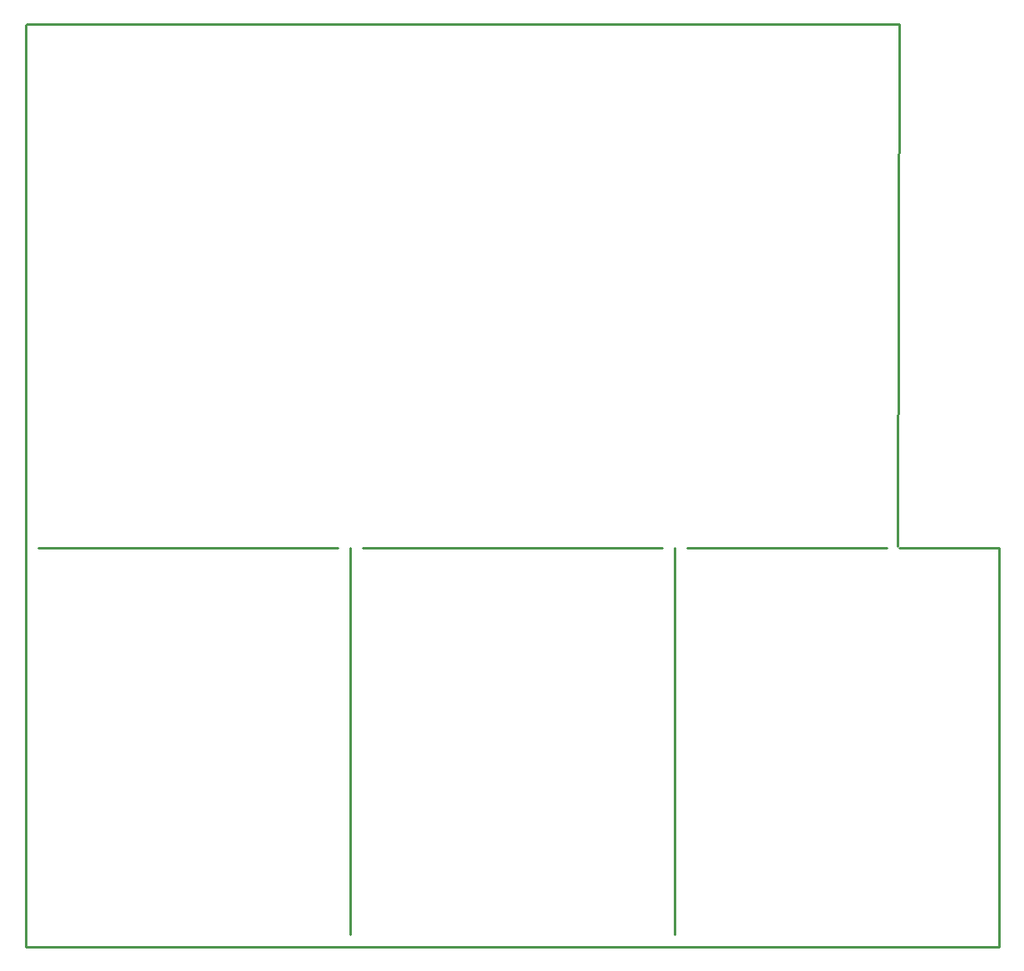
<source format=gm1>
G04 start of page 4 for group 2 idx 6 *
G04 Title: (unknown), outline *
G04 Creator: pcb 20110918 *
G04 CreationDate: Sun 26 Oct 2014 13:14:07 GMT UTC *
G04 For: ksarkies *
G04 Format: Gerber/RS-274X *
G04 PCB-Dimensions: 390000 370000 *
G04 PCB-Coordinate-Origin: lower left *
%MOIN*%
%FSLAX25Y25*%
%LNOUTLINE*%
%ADD62C,0.0100*%
G54D62*X255000Y160000D02*X135000D01*
X125000D02*X5000D01*
X0Y369500D02*Y0D01*
X130000Y160000D02*Y5000D01*
X349500Y160500D02*X350000Y370000D01*
X500D01*
X390000Y160000D02*X350000D01*
X345000D02*X265000D01*
X0Y0D02*X390000D01*
Y160000D01*
X260000D02*Y5000D01*
M02*

</source>
